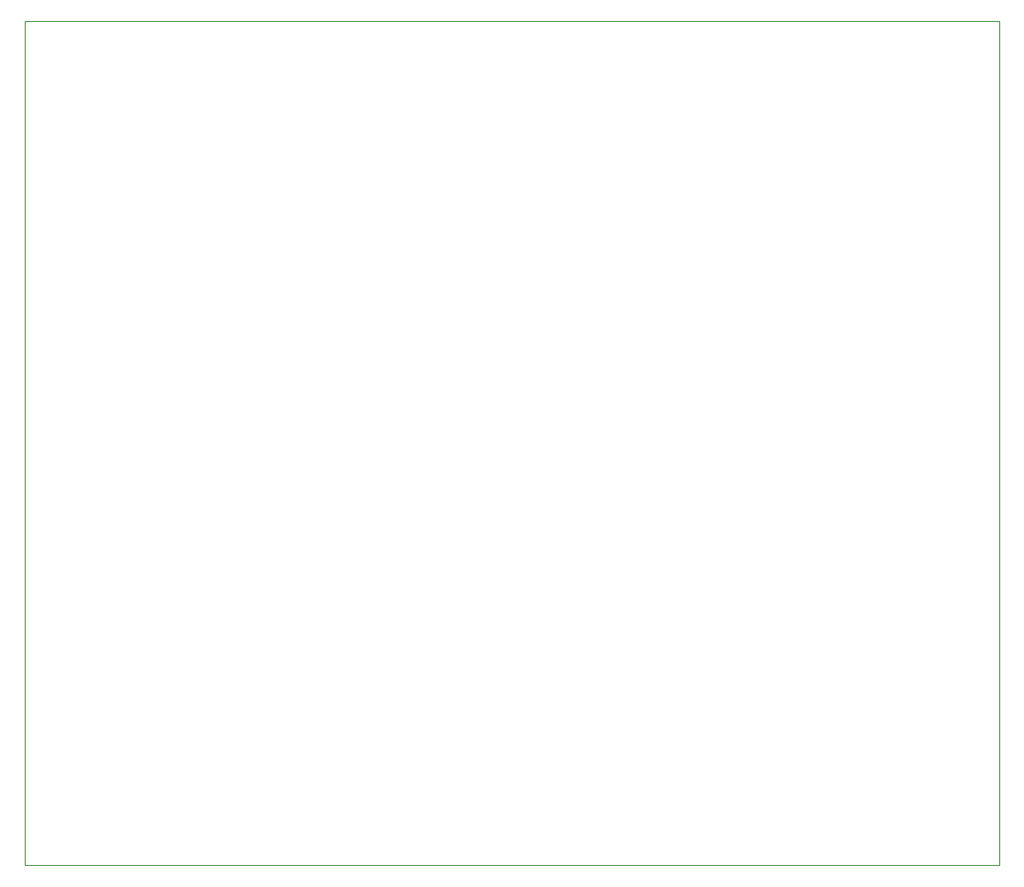
<source format=gbr>
%TF.GenerationSoftware,KiCad,Pcbnew,8.0.3*%
%TF.CreationDate,2024-09-08T09:23:32+02:00*%
%TF.ProjectId,AT28C64B-circuit-third-sol,41543238-4336-4344-922d-636972637569,rev?*%
%TF.SameCoordinates,Original*%
%TF.FileFunction,Profile,NP*%
%FSLAX46Y46*%
G04 Gerber Fmt 4.6, Leading zero omitted, Abs format (unit mm)*
G04 Created by KiCad (PCBNEW 8.0.3) date 2024-09-08 09:23:32*
%MOMM*%
%LPD*%
G01*
G04 APERTURE LIST*
%TA.AperFunction,Profile*%
%ADD10C,0.100000*%
%TD*%
G04 APERTURE END LIST*
D10*
X107500000Y-36000000D02*
X197500000Y-36000000D01*
X197500000Y-114000000D01*
X107500000Y-114000000D01*
X107500000Y-36000000D01*
M02*

</source>
